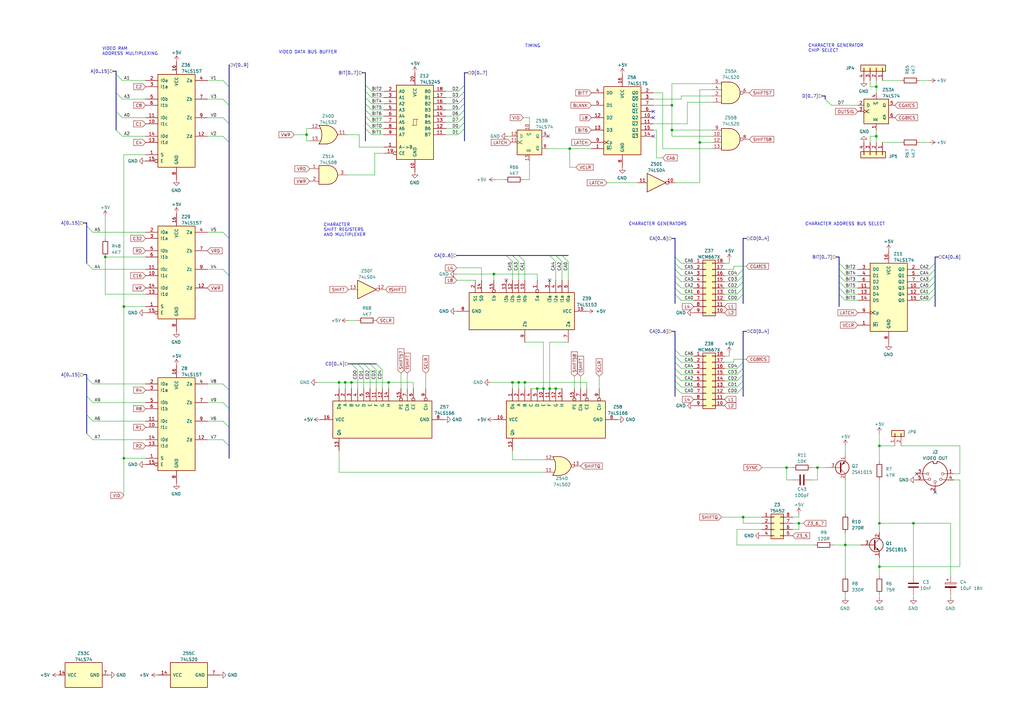
<source format=kicad_sch>
(kicad_sch (version 20230121) (generator eeschema)
  (paper "A3")
  (junction (at 360.68 232.41))
  (junction (at 139.065 156.845))
  (junction (at 210.185 156.845))
  (junction (at 287.02 58.42))
  (junction (at 227.965 159.385))
  (junction (at 360.68 182.88))
  (junction (at 141.605 156.845))
  (junction (at 144.145 156.845))
  (junction (at 360.68 214.63))
  (junction (at 275.59 43.18))
  (junction (at 202.565 112.395))
  (junction (at 374.65 214.63))
  (junction (at 222.885 159.385))
  (junction (at 346.71 223.52))
  (junction (at 220.345 159.385))
  (junction (at 322.58 191.77))
  (junction (at 43.18 105.41))
  (junction (at 212.725 156.845))
  (junction (at 159.385 156.845))
  (junction (at 125.73 55.245))
  (junction (at 215.265 156.845))
  (junction (at 225.425 159.385))
  (junction (at 50.8 125.73))
  (junction (at 304.8 212.09))
  (junction (at 327.66 214.63))
  (junction (at 50.8 187.96))
  (junction (at 275.59 53.34))
  (junction (at 359.41 55.88))
  (junction (at 359.41 35.56))
  (junction (at 233.68 60.96))
  (junction (at 335.28 191.77))
  (no_connect (at 207.645 114.935))
  (no_connect (at 225.425 114.935))
  (no_connect (at 224.79 55.88))
  (no_connect (at 375.92 194.31))
  (no_connect (at 383.54 201.93))
  (no_connect (at 267.97 55.88))
  (no_connect (at 267.97 48.26))
  (no_connect (at 267.97 45.72))
  (bus_entry (at 187.96 42.545) (size 2.54 -2.54))
  (bus_entry (at 276.86 158.75) (size 2.54 2.54))
  (bus_entry (at 381 123.19) (size 2.54 -2.54))
  (bus_entry (at 302.26 161.29) (size 2.54 -2.54))
  (bus_entry (at 149.86 50.165) (size 2.54 2.54))
  (bus_entry (at 187.96 52.705) (size 2.54 -2.54))
  (bus_entry (at 381 113.03) (size 2.54 -2.54))
  (bus_entry (at 276.86 156.21) (size 2.54 2.54))
  (bus_entry (at 35.56 92.71) (size 2.54 2.54))
  (bus_entry (at 187.96 37.465) (size 2.54 -2.54))
  (bus_entry (at 149.86 34.925) (size 2.54 2.54))
  (bus_entry (at 50.165 55.88) (size -2.54 -2.54))
  (bus_entry (at 344.17 120.65) (size 2.54 2.54))
  (bus_entry (at 50.165 48.26) (size -2.54 -2.54))
  (bus_entry (at 344.17 118.11) (size 2.54 2.54))
  (bus_entry (at 302.26 118.11) (size 2.54 -2.54))
  (bus_entry (at 149.86 45.085) (size 2.54 2.54))
  (bus_entry (at 381 120.65) (size 2.54 -2.54))
  (bus_entry (at 276.86 146.05) (size 2.54 2.54))
  (bus_entry (at 302.26 123.19) (size 2.54 -2.54))
  (bus_entry (at 276.86 151.13) (size 2.54 2.54))
  (bus_entry (at 344.17 113.03) (size 2.54 2.54))
  (bus_entry (at 276.86 153.67) (size 2.54 2.54))
  (bus_entry (at 187.96 40.005) (size 2.54 -2.54))
  (bus_entry (at 302.26 158.75) (size 2.54 -2.54))
  (bus_entry (at 302.26 120.65) (size 2.54 -2.54))
  (bus_entry (at 302.26 153.67) (size 2.54 -2.54))
  (bus_entry (at 338.455 40.64) (size 2.54 2.54))
  (bus_entry (at 187.96 47.625) (size 2.54 -2.54))
  (bus_entry (at 344.17 110.49) (size 2.54 2.54))
  (bus_entry (at 149.86 40.005) (size 2.54 2.54))
  (bus_entry (at 276.86 105.41) (size 2.54 2.54))
  (bus_entry (at 302.26 113.03) (size 2.54 -2.54))
  (bus_entry (at 276.86 143.51) (size 2.54 2.54))
  (bus_entry (at 276.86 148.59) (size 2.54 2.54))
  (bus_entry (at 47.625 30.48) (size 2.54 2.54))
  (bus_entry (at 149.86 42.545) (size 2.54 2.54))
  (bus_entry (at 381 115.57) (size 2.54 -2.54))
  (bus_entry (at 187.96 55.245) (size 2.54 -2.54))
  (bus_entry (at 35.56 154.94) (size 2.54 2.54))
  (bus_entry (at 302.26 156.21) (size 2.54 -2.54))
  (bus_entry (at 35.56 177.8) (size 2.54 2.54))
  (bus_entry (at 276.86 107.95) (size 2.54 2.54))
  (bus_entry (at 149.86 47.625) (size 2.54 2.54))
  (bus_entry (at 187.96 45.085) (size 2.54 -2.54))
  (bus_entry (at 381 110.49) (size 2.54 -2.54))
  (bus_entry (at 144.145 149.225) (size 2.54 2.54))
  (bus_entry (at 146.685 149.225) (size 2.54 2.54))
  (bus_entry (at 149.225 149.225) (size 2.54 2.54))
  (bus_entry (at 154.305 149.225) (size 2.54 2.54))
  (bus_entry (at 151.765 149.225) (size 2.54 2.54))
  (bus_entry (at 302.26 115.57) (size 2.54 -2.54))
  (bus_entry (at 35.56 107.95) (size 2.54 2.54))
  (bus_entry (at 276.86 120.65) (size 2.54 2.54))
  (bus_entry (at 91.44 172.72) (size 2.54 2.54))
  (bus_entry (at 149.86 37.465) (size 2.54 2.54))
  (bus_entry (at 276.86 118.11) (size 2.54 2.54))
  (bus_entry (at 344.17 107.95) (size 2.54 2.54))
  (bus_entry (at 276.86 115.57) (size 2.54 2.54))
  (bus_entry (at 344.17 115.57) (size 2.54 2.54))
  (bus_entry (at 47.625 38.1) (size 2.54 2.54))
  (bus_entry (at 302.26 151.13) (size 2.54 -2.54))
  (bus_entry (at 381 118.11) (size 2.54 -2.54))
  (bus_entry (at 230.505 104.775) (size 2.54 2.54))
  (bus_entry (at 227.965 104.775) (size 2.54 2.54))
  (bus_entry (at 212.725 104.775) (size 2.54 2.54))
  (bus_entry (at 225.425 104.775) (size 2.54 2.54))
  (bus_entry (at 210.185 104.775) (size 2.54 2.54))
  (bus_entry (at 207.645 104.775) (size 2.54 2.54))
  (bus_entry (at 276.86 113.03) (size 2.54 2.54))
  (bus_entry (at 35.56 170.18) (size 2.54 2.54))
  (bus_entry (at 91.44 95.25) (size 2.54 2.54))
  (bus_entry (at 91.44 180.34) (size 2.54 2.54))
  (bus_entry (at 91.44 157.48) (size 2.54 2.54))
  (bus_entry (at 91.44 165.1) (size 2.54 2.54))
  (bus_entry (at 91.44 110.49) (size 2.54 2.54))
  (bus_entry (at 91.44 48.26) (size 2.54 2.54))
  (bus_entry (at 91.44 55.88) (size 2.54 2.54))
  (bus_entry (at 91.44 40.64) (size 2.54 2.54))
  (bus_entry (at 91.44 33.02) (size 2.54 2.54))
  (bus_entry (at 187.96 50.165) (size 2.54 -2.54))
  (bus_entry (at 276.86 110.49) (size 2.54 2.54))
  (bus_entry (at 35.56 162.56) (size 2.54 2.54))
  (bus_entry (at 149.86 52.705) (size 2.54 2.54))
  (wire (pts (xy 304.8 212.09) (xy 312.42 212.09)))
  (wire (pts (xy 374.65 236.22) (xy 374.65 214.63)))
  (wire (pts (xy 281.94 41.91) (xy 292.1 41.91)))
  (bus (pts (xy 276.86 153.67) (xy 276.86 156.21)))
  (wire (pts (xy 346.71 115.57) (xy 351.79 115.57)))
  (wire (pts (xy 182.88 47.625) (xy 187.96 47.625)))
  (bus (pts (xy 304.8 113.03) (xy 304.8 115.57)))
  (wire (pts (xy 279.4 148.59) (xy 284.48 148.59)))
  (wire (pts (xy 85.09 180.34) (xy 91.44 180.34)))
  (wire (pts (xy 154.305 151.765) (xy 154.305 159.385)))
  (wire (pts (xy 325.12 214.63) (xy 327.66 214.63)))
  (wire (pts (xy 182.88 50.165) (xy 187.96 50.165)))
  (wire (pts (xy 50.8 125.73) (xy 50.8 187.96)))
  (bus (pts (xy 35.56 170.18) (xy 35.56 177.8)))
  (bus (pts (xy 149.86 37.465) (xy 149.86 40.005)))
  (wire (pts (xy 214.63 73.66) (xy 217.17 73.66)))
  (wire (pts (xy 235.585 154.305) (xy 235.585 159.385)))
  (wire (pts (xy 302.26 217.17) (xy 302.26 223.52)))
  (wire (pts (xy 346.71 113.03) (xy 351.79 113.03)))
  (wire (pts (xy 141.605 156.845) (xy 141.605 159.385)))
  (bus (pts (xy 149.86 45.085) (xy 149.86 47.625)))
  (wire (pts (xy 335.28 196.85) (xy 335.28 191.77)))
  (wire (pts (xy 212.725 156.845) (xy 212.725 159.385)))
  (wire (pts (xy 38.1 157.48) (xy 59.69 157.48)))
  (bus (pts (xy 93.98 175.26) (xy 93.98 182.88)))
  (wire (pts (xy 275.59 53.34) (xy 292.1 53.34)))
  (wire (pts (xy 182.88 55.245) (xy 187.96 55.245)))
  (wire (pts (xy 269.24 64.77) (xy 271.78 64.77)))
  (wire (pts (xy 279.4 156.21) (xy 284.48 156.21)))
  (bus (pts (xy 304.8 148.59) (xy 304.8 151.13)))
  (wire (pts (xy 304.8 214.63) (xy 304.8 212.09)))
  (bus (pts (xy 276.86 105.41) (xy 276.86 107.95)))
  (wire (pts (xy 279.4 146.05) (xy 284.48 146.05)))
  (wire (pts (xy 38.1 165.1) (xy 59.69 165.1)))
  (wire (pts (xy 271.78 60.96) (xy 292.1 60.96)))
  (bus (pts (xy 276.86 107.95) (xy 276.86 110.49)))
  (wire (pts (xy 381 58.42) (xy 377.19 58.42)))
  (wire (pts (xy 356.87 58.42) (xy 356.87 55.88)))
  (wire (pts (xy 359.41 35.56) (xy 356.87 35.56)))
  (wire (pts (xy 146.685 151.765) (xy 146.685 159.385)))
  (wire (pts (xy 210.185 156.845) (xy 210.185 159.385)))
  (wire (pts (xy 377.19 115.57) (xy 381 115.57)))
  (bus (pts (xy 149.86 52.705) (xy 149.86 57.785)))
  (bus (pts (xy 383.54 115.57) (xy 383.54 118.11)))
  (bus (pts (xy 190.5 29.845) (xy 190.5 34.925)))
  (wire (pts (xy 346.71 223.52) (xy 346.71 236.22)))
  (wire (pts (xy 152.4 55.245) (xy 157.48 55.245)))
  (wire (pts (xy 215.265 156.845) (xy 240.665 156.845)))
  (wire (pts (xy 230.505 107.315) (xy 230.505 114.935)))
  (wire (pts (xy 38.1 180.34) (xy 59.69 180.34)))
  (wire (pts (xy 325.12 217.17) (xy 327.66 217.17)))
  (wire (pts (xy 197.485 114.935) (xy 197.485 109.855)))
  (wire (pts (xy 332.74 191.77) (xy 335.28 191.77)))
  (bus (pts (xy 93.98 175.26) (xy 93.98 167.64)))
  (bus (pts (xy 344.17 110.49) (xy 344.17 113.03)))
  (wire (pts (xy 152.4 50.165) (xy 157.48 50.165)))
  (wire (pts (xy 325.12 212.09) (xy 327.66 212.09)))
  (bus (pts (xy 93.98 113.03) (xy 93.98 160.02)))
  (wire (pts (xy 346.71 223.52) (xy 353.06 223.52)))
  (bus (pts (xy 275.59 135.89) (xy 276.86 135.89)))
  (bus (pts (xy 190.5 34.925) (xy 190.5 37.465)))
  (wire (pts (xy 279.4 151.13) (xy 284.48 151.13)))
  (wire (pts (xy 142.875 131.445) (xy 146.685 131.445)))
  (bus (pts (xy 344.17 120.65) (xy 344.17 125.73)))
  (bus (pts (xy 35.56 92.71) (xy 35.56 107.95)))
  (bus (pts (xy 304.8 97.79) (xy 304.8 110.49)))
  (wire (pts (xy 50.8 187.96) (xy 50.8 203.2)))
  (bus (pts (xy 383.54 105.41) (xy 383.54 107.95)))
  (wire (pts (xy 356.87 55.88) (xy 359.41 55.88)))
  (wire (pts (xy 139.065 156.845) (xy 139.065 159.385)))
  (wire (pts (xy 212.725 156.845) (xy 215.265 156.845)))
  (wire (pts (xy 275.59 55.88) (xy 275.59 53.34)))
  (wire (pts (xy 212.725 107.315) (xy 212.725 114.935)))
  (wire (pts (xy 153.67 71.755) (xy 153.67 62.865)))
  (bus (pts (xy 47.625 38.1) (xy 47.625 45.72)))
  (wire (pts (xy 299.085 146.05) (xy 299.085 144.78)))
  (bus (pts (xy 276.86 146.05) (xy 276.86 148.59)))
  (wire (pts (xy 346.71 120.65) (xy 351.79 120.65)))
  (wire (pts (xy 393.7 196.85) (xy 391.16 196.85)))
  (wire (pts (xy 236.22 68.58) (xy 233.68 68.58)))
  (wire (pts (xy 203.2 73.66) (xy 207.01 73.66)))
  (bus (pts (xy 276.86 158.75) (xy 276.86 162.56)))
  (wire (pts (xy 360.68 214.63) (xy 374.65 214.63)))
  (wire (pts (xy 300.99 147.32) (xy 300.99 148.59)))
  (wire (pts (xy 359.41 55.88) (xy 359.41 58.42)))
  (wire (pts (xy 201.295 156.845) (xy 210.185 156.845)))
  (bus (pts (xy 191.77 29.845) (xy 190.5 29.845)))
  (wire (pts (xy 269.24 53.34) (xy 269.24 64.77)))
  (bus (pts (xy 337.185 39.37) (xy 338.455 39.37)))
  (wire (pts (xy 38.1 172.72) (xy 59.69 172.72)))
  (wire (pts (xy 360.68 214.63) (xy 360.68 218.44)))
  (wire (pts (xy 360.68 196.85) (xy 360.68 214.63)))
  (wire (pts (xy 222.885 159.385) (xy 222.885 140.335)))
  (bus (pts (xy 149.86 47.625) (xy 149.86 50.165)))
  (wire (pts (xy 85.09 95.25) (xy 91.44 95.25)))
  (wire (pts (xy 267.97 40.64) (xy 279.4 40.64)))
  (wire (pts (xy 187.325 114.935) (xy 194.945 114.935)))
  (wire (pts (xy 141.605 156.845) (xy 144.145 156.845)))
  (wire (pts (xy 153.67 62.865) (xy 157.48 62.865)))
  (wire (pts (xy 346.71 243.84) (xy 346.71 245.11)))
  (wire (pts (xy 389.89 236.22) (xy 389.89 214.63)))
  (bus (pts (xy 212.725 104.775) (xy 225.425 104.775)))
  (wire (pts (xy 389.89 243.84) (xy 389.89 245.11)))
  (wire (pts (xy 279.4 113.03) (xy 284.48 113.03)))
  (bus (pts (xy 190.5 47.625) (xy 190.5 50.165)))
  (wire (pts (xy 220.345 114.935) (xy 220.345 112.395)))
  (wire (pts (xy 50.165 40.64) (xy 59.69 40.64)))
  (wire (pts (xy 359.41 53.34) (xy 359.41 55.88)))
  (wire (pts (xy 327.66 212.09) (xy 327.66 210.82)))
  (bus (pts (xy 34.29 91.44) (xy 35.56 91.44)))
  (wire (pts (xy 340.995 43.18) (xy 351.79 43.18)))
  (wire (pts (xy 139.065 156.845) (xy 141.605 156.845)))
  (bus (pts (xy 383.54 110.49) (xy 383.54 113.03)))
  (wire (pts (xy 125.73 52.705) (xy 127 52.705)))
  (wire (pts (xy 306.07 147.32) (xy 300.99 147.32)))
  (wire (pts (xy 287.02 58.42) (xy 292.1 58.42)))
  (bus (pts (xy 210.185 104.775) (xy 212.725 104.775)))
  (wire (pts (xy 182.88 40.005) (xy 187.96 40.005)))
  (wire (pts (xy 306.07 109.22) (xy 300.99 109.22)))
  (wire (pts (xy 152.4 52.705) (xy 157.48 52.705)))
  (wire (pts (xy 279.4 123.19) (xy 284.48 123.19)))
  (wire (pts (xy 233.045 107.315) (xy 233.045 114.935)))
  (bus (pts (xy 383.54 118.11) (xy 383.54 120.65)))
  (bus (pts (xy 149.86 29.845) (xy 149.86 34.925)))
  (wire (pts (xy 215.265 107.315) (xy 215.265 114.935)))
  (wire (pts (xy 297.18 161.29) (xy 302.26 161.29)))
  (wire (pts (xy 377.19 110.49) (xy 381 110.49)))
  (wire (pts (xy 297.18 153.67) (xy 302.26 153.67)))
  (wire (pts (xy 297.18 156.21) (xy 302.26 156.21)))
  (bus (pts (xy 187.325 104.775) (xy 207.645 104.775)))
  (wire (pts (xy 222.885 140.335) (xy 215.265 140.335)))
  (wire (pts (xy 360.68 232.41) (xy 393.7 232.41)))
  (wire (pts (xy 210.185 156.845) (xy 212.725 156.845)))
  (bus (pts (xy 306.07 97.79) (xy 304.8 97.79)))
  (wire (pts (xy 377.19 120.65) (xy 381 120.65)))
  (wire (pts (xy 279.4 158.75) (xy 284.48 158.75)))
  (wire (pts (xy 332.74 196.85) (xy 335.28 196.85)))
  (bus (pts (xy 190.5 45.085) (xy 190.5 47.625)))
  (wire (pts (xy 297.18 123.19) (xy 302.26 123.19)))
  (wire (pts (xy 50.8 63.5) (xy 59.69 63.5)))
  (bus (pts (xy 344.17 105.41) (xy 344.17 107.95)))
  (wire (pts (xy 215.265 156.845) (xy 215.265 159.385)))
  (wire (pts (xy 151.765 151.765) (xy 151.765 159.385)))
  (wire (pts (xy 144.145 156.845) (xy 144.145 159.385)))
  (bus (pts (xy 190.5 52.705) (xy 190.5 57.785)))
  (bus (pts (xy 344.17 118.11) (xy 344.17 120.65)))
  (wire (pts (xy 248.92 74.93) (xy 261.62 74.93)))
  (wire (pts (xy 297.18 113.03) (xy 302.26 113.03)))
  (wire (pts (xy 217.17 48.26) (xy 217.17 50.8)))
  (wire (pts (xy 377.19 123.19) (xy 381 123.19)))
  (wire (pts (xy 299.085 107.95) (xy 299.085 106.68)))
  (wire (pts (xy 275.59 43.18) (xy 275.59 34.29)))
  (wire (pts (xy 281.94 50.8) (xy 281.94 41.91)))
  (bus (pts (xy 149.225 149.225) (xy 151.765 149.225)))
  (bus (pts (xy 149.86 40.005) (xy 149.86 42.545)))
  (wire (pts (xy 279.4 39.37) (xy 292.1 39.37)))
  (wire (pts (xy 327.66 217.17) (xy 327.66 214.63)))
  (bus (pts (xy 342.9 105.41) (xy 344.17 105.41)))
  (wire (pts (xy 85.09 55.88) (xy 91.44 55.88)))
  (bus (pts (xy 93.98 26.67) (xy 93.98 35.56)))
  (bus (pts (xy 93.98 182.88) (xy 93.98 187.96)))
  (wire (pts (xy 267.97 50.8) (xy 281.94 50.8)))
  (wire (pts (xy 312.42 214.63) (xy 304.8 214.63)))
  (wire (pts (xy 85.09 40.64) (xy 91.44 40.64)))
  (wire (pts (xy 197.485 109.855) (xy 187.325 109.855)))
  (wire (pts (xy 50.165 48.26) (xy 59.69 48.26)))
  (wire (pts (xy 233.68 68.58) (xy 233.68 60.96)))
  (wire (pts (xy 275.59 34.29) (xy 292.1 34.29)))
  (bus (pts (xy 276.86 135.89) (xy 276.86 143.51)))
  (wire (pts (xy 360.68 232.41) (xy 360.68 236.22)))
  (wire (pts (xy 164.465 153.035) (xy 164.465 159.385)))
  (bus (pts (xy 276.86 156.21) (xy 276.86 158.75)))
  (wire (pts (xy 297.18 118.11) (xy 302.26 118.11)))
  (wire (pts (xy 297.18 120.65) (xy 302.26 120.65)))
  (bus (pts (xy 35.56 162.56) (xy 35.56 170.18)))
  (wire (pts (xy 130.175 156.845) (xy 139.065 156.845)))
  (wire (pts (xy 381 33.02) (xy 377.19 33.02)))
  (wire (pts (xy 267.97 43.18) (xy 275.59 43.18)))
  (bus (pts (xy 276.86 148.59) (xy 276.86 151.13)))
  (wire (pts (xy 147.32 60.325) (xy 157.48 60.325)))
  (bus (pts (xy 93.98 35.56) (xy 93.98 43.18)))
  (bus (pts (xy 383.54 107.95) (xy 383.54 110.49)))
  (wire (pts (xy 85.09 157.48) (xy 91.44 157.48)))
  (wire (pts (xy 240.665 159.385) (xy 240.665 156.845)))
  (bus (pts (xy 47.625 29.21) (xy 47.625 30.48)))
  (bus (pts (xy 383.54 113.03) (xy 383.54 115.57)))
  (bus (pts (xy 304.8 135.89) (xy 304.8 148.59)))
  (wire (pts (xy 327.66 214.63) (xy 329.565 214.63)))
  (bus (pts (xy 276.86 113.03) (xy 276.86 115.57)))
  (wire (pts (xy 50.165 33.02) (xy 59.69 33.02)))
  (wire (pts (xy 159.385 156.845) (xy 169.545 156.845)))
  (wire (pts (xy 152.4 47.625) (xy 157.48 47.625)))
  (wire (pts (xy 341.63 223.52) (xy 346.71 223.52)))
  (wire (pts (xy 361.95 58.42) (xy 369.57 58.42)))
  (wire (pts (xy 142.24 71.755) (xy 153.67 71.755)))
  (wire (pts (xy 152.4 45.085) (xy 157.48 45.085)))
  (wire (pts (xy 312.42 217.17) (xy 302.26 217.17)))
  (bus (pts (xy 151.765 149.225) (xy 154.305 149.225)))
  (bus (pts (xy 304.8 118.11) (xy 304.8 120.65)))
  (wire (pts (xy 279.4 153.67) (xy 284.48 153.67)))
  (wire (pts (xy 360.68 182.88) (xy 367.03 182.88)))
  (wire (pts (xy 346.71 196.85) (xy 346.71 210.82)))
  (wire (pts (xy 245.745 154.305) (xy 245.745 159.385)))
  (wire (pts (xy 275.59 43.18) (xy 275.59 53.34)))
  (wire (pts (xy 292.1 36.83) (xy 287.02 36.83)))
  (wire (pts (xy 182.88 42.545) (xy 187.96 42.545)))
  (bus (pts (xy 93.98 58.42) (xy 93.98 97.79)))
  (wire (pts (xy 393.7 232.41) (xy 393.7 196.85)))
  (bus (pts (xy 93.98 97.79) (xy 93.98 113.03)))
  (wire (pts (xy 210.185 188.595) (xy 210.185 184.785)))
  (wire (pts (xy 167.005 153.035) (xy 167.005 159.385)))
  (bus (pts (xy 276.86 143.51) (xy 276.86 146.05)))
  (wire (pts (xy 356.87 35.56) (xy 356.87 33.02)))
  (bus (pts (xy 190.5 40.005) (xy 190.5 42.545)))
  (wire (pts (xy 85.09 48.26) (xy 91.44 48.26)))
  (wire (pts (xy 302.26 223.52) (xy 334.01 223.52)))
  (wire (pts (xy 377.19 113.03) (xy 381 113.03)))
  (bus (pts (xy 93.98 50.8) (xy 93.98 58.42)))
  (bus (pts (xy 190.5 42.545) (xy 190.5 45.085)))
  (bus (pts (xy 93.98 43.18) (xy 93.98 50.8)))
  (wire (pts (xy 85.09 172.72) (xy 91.44 172.72)))
  (bus (pts (xy 227.965 104.775) (xy 230.505 104.775)))
  (wire (pts (xy 393.7 182.88) (xy 393.7 194.31)))
  (wire (pts (xy 287.02 74.93) (xy 276.86 74.93)))
  (wire (pts (xy 120.65 55.245) (xy 125.73 55.245)))
  (wire (pts (xy 85.09 33.02) (xy 91.44 33.02)))
  (bus (pts (xy 304.8 115.57) (xy 304.8 118.11)))
  (bus (pts (xy 276.86 115.57) (xy 276.86 118.11)))
  (wire (pts (xy 43.18 120.65) (xy 43.18 105.41)))
  (wire (pts (xy 300.99 110.49) (xy 297.18 110.49)))
  (wire (pts (xy 267.97 53.34) (xy 269.24 53.34)))
  (bus (pts (xy 383.54 120.65) (xy 383.54 125.73)))
  (wire (pts (xy 139.065 184.785) (xy 139.065 193.675)))
  (wire (pts (xy 271.78 38.1) (xy 271.78 60.96)))
  (bus (pts (xy 276.86 110.49) (xy 276.86 113.03)))
  (wire (pts (xy 127 57.785) (xy 125.73 57.785)))
  (wire (pts (xy 50.8 63.5) (xy 50.8 125.73)))
  (wire (pts (xy 152.4 37.465) (xy 157.48 37.465)))
  (bus (pts (xy 304.8 151.13) (xy 304.8 153.67)))
  (wire (pts (xy 220.345 112.395) (xy 202.565 112.395)))
  (wire (pts (xy 297.18 107.95) (xy 299.085 107.95)))
  (wire (pts (xy 346.71 118.11) (xy 351.79 118.11)))
  (wire (pts (xy 227.965 107.315) (xy 227.965 114.935)))
  (bus (pts (xy 276.86 118.11) (xy 276.86 120.65)))
  (wire (pts (xy 142.24 55.245) (xy 147.32 55.245)))
  (wire (pts (xy 335.28 191.77) (xy 339.09 191.77)))
  (wire (pts (xy 292.1 55.88) (xy 275.59 55.88)))
  (bus (pts (xy 144.145 149.225) (xy 146.685 149.225)))
  (wire (pts (xy 208.28 55.88) (xy 209.55 55.88)))
  (wire (pts (xy 210.185 107.315) (xy 210.185 114.935)))
  (bus (pts (xy 47.625 45.72) (xy 47.625 53.34)))
  (bus (pts (xy 344.17 115.57) (xy 344.17 118.11)))
  (bus (pts (xy 384.81 105.41) (xy 383.54 105.41)))
  (wire (pts (xy 149.225 151.765) (xy 149.225 159.385)))
  (wire (pts (xy 360.68 228.6) (xy 360.68 232.41)))
  (wire (pts (xy 391.16 194.31) (xy 393.7 194.31)))
  (bus (pts (xy 276.86 97.79) (xy 276.86 105.41)))
  (wire (pts (xy 374.65 245.11) (xy 374.65 243.84)))
  (bus (pts (xy 190.5 50.165) (xy 190.5 52.705)))
  (bus (pts (xy 275.59 97.79) (xy 276.86 97.79)))
  (wire (pts (xy 85.09 110.49) (xy 91.44 110.49)))
  (wire (pts (xy 279.4 107.95) (xy 284.48 107.95)))
  (wire (pts (xy 297.18 115.57) (xy 302.26 115.57)))
  (wire (pts (xy 139.065 193.675) (xy 222.885 193.675)))
  (wire (pts (xy 346.71 110.49) (xy 351.79 110.49)))
  (bus (pts (xy 34.29 153.67) (xy 35.56 153.67)))
  (wire (pts (xy 152.4 40.005) (xy 157.48 40.005)))
  (bus (pts (xy 304.8 153.67) (xy 304.8 156.21)))
  (bus (pts (xy 149.86 42.545) (xy 149.86 45.085)))
  (wire (pts (xy 233.68 60.96) (xy 242.57 60.96)))
  (bus (pts (xy 146.685 149.225) (xy 149.225 149.225)))
  (wire (pts (xy 182.88 52.705) (xy 187.96 52.705)))
  (wire (pts (xy 359.41 35.56) (xy 359.41 38.1)))
  (wire (pts (xy 147.32 55.245) (xy 147.32 60.325)))
  (wire (pts (xy 85.09 165.1) (xy 91.44 165.1)))
  (wire (pts (xy 287.02 36.83) (xy 287.02 58.42)))
  (bus (pts (xy 306.07 135.89) (xy 304.8 135.89)))
  (wire (pts (xy 144.145 156.845) (xy 159.385 156.845)))
  (wire (pts (xy 125.73 57.785) (xy 125.73 55.245)))
  (wire (pts (xy 227.965 159.385) (xy 230.505 159.385)))
  (wire (pts (xy 389.89 214.63) (xy 374.65 214.63)))
  (wire (pts (xy 38.1 110.49) (xy 59.69 110.49)))
  (bus (pts (xy 225.425 104.775) (xy 227.965 104.775)))
  (wire (pts (xy 50.165 55.88) (xy 59.69 55.88)))
  (wire (pts (xy 377.19 118.11) (xy 381 118.11)))
  (bus (pts (xy 344.17 107.95) (xy 344.17 110.49)))
  (bus (pts (xy 47.625 30.48) (xy 47.625 38.1)))
  (bus (pts (xy 35.56 154.94) (xy 35.56 162.56)))
  (wire (pts (xy 50.8 125.73) (xy 59.69 125.73)))
  (wire (pts (xy 279.4 110.49) (xy 284.48 110.49)))
  (wire (pts (xy 279.4 115.57) (xy 284.48 115.57)))
  (wire (pts (xy 220.345 159.385) (xy 222.885 159.385)))
  (wire (pts (xy 300.99 148.59) (xy 297.18 148.59)))
  (bus (pts (xy 304.8 120.65) (xy 304.8 124.46)))
  (wire (pts (xy 217.805 159.385) (xy 220.345 159.385)))
  (wire (pts (xy 38.1 95.25) (xy 59.69 95.25)))
  (wire (pts (xy 346.71 186.69) (xy 346.71 182.88)))
  (bus (pts (xy 276.86 120.65) (xy 276.86 124.46)))
  (wire (pts (xy 360.68 177.8) (xy 360.68 182.88)))
  (wire (pts (xy 279.4 120.65) (xy 284.48 120.65)))
  (bus (pts (xy 338.455 39.37) (xy 338.455 40.64)))
  (wire (pts (xy 202.565 112.395) (xy 202.565 114.935)))
  (wire (pts (xy 297.18 146.05) (xy 299.085 146.05)))
  (wire (pts (xy 156.845 151.765) (xy 156.845 159.385)))
  (bus (pts (xy 35.56 153.67) (xy 35.56 154.94)))
  (wire (pts (xy 295.91 212.09) (xy 304.8 212.09)))
  (wire (pts (xy 279.4 161.29) (xy 284.48 161.29)))
  (bus (pts (xy 142.875 149.225) (xy 144.145 149.225)))
  (wire (pts (xy 174.625 153.035) (xy 174.625 159.385)))
  (bus (pts (xy 190.5 37.465) (xy 190.5 40.005)))
  (wire (pts (xy 225.425 159.385) (xy 225.425 140.335)))
  (wire (pts (xy 359.41 33.02) (xy 359.41 35.56)))
  (bus (pts (xy 230.505 104.775) (xy 233.045 104.775)))
  (wire (pts (xy 43.18 88.9) (xy 43.18 97.79)))
  (bus (pts (xy 207.645 104.775) (xy 210.185 104.775)))
  (bus (pts (xy 344.17 113.03) (xy 344.17 115.57)))
  (wire (pts (xy 50.8 187.96) (xy 59.69 187.96)))
  (bus (pts (xy 304.8 110.49) (xy 304.8 113.03)))
  (bus (pts (xy 304.8 158.75) (xy 304.8 162.56)))
  (wire (pts (xy 369.57 182.88) (xy 393.7 182.88)))
  (bus (pts (xy 304.8 156.21) (xy 304.8 158.75)))
  (wire (pts (xy 214.63 48.26) (xy 217.17 48.26)))
  (wire (pts (xy 322.58 191.77) (xy 325.12 191.77)))
  (wire (pts (xy 322.58 196.85) (xy 322.58 191.77)))
  (wire (pts (xy 182.88 37.465) (xy 187.96 37.465)))
  (wire (pts (xy 222.885 188.595) (xy 210.185 188.595)))
  (wire (pts (xy 169.545 159.385) (xy 169.545 156.845)))
  (wire (pts (xy 360.68 243.84) (xy 360.68 245.11)))
  (wire (pts (xy 279.4 118.11) (xy 284.48 118.11)))
  (bus (pts (xy 148.59 29.845) (xy 149.86 29.845)))
  (wire (pts (xy 297.18 158.75) (xy 302.26 158.75)))
  (wire (pts (xy 225.425 140.335) (xy 233.045 140.335)))
  (wire (pts (xy 225.425 159.385) (xy 227.965 159.385)))
  (wire (pts (xy 346.71 123.19) (xy 351.79 123.19)))
  (bus (pts (xy 93.98 160.02) (xy 93.98 167.64)))
  (wire (pts (xy 279.4 40.64) (xy 279.4 39.37)))
  (bus (pts (xy 35.56 91.44) (xy 35.56 92.71)))
  (bus (pts (xy 149.86 50.165) (xy 149.86 52.705)))
  (wire (pts (xy 297.18 151.13) (xy 302.26 151.13)))
  (wire (pts (xy 360.68 182.88) (xy 360.68 189.23)))
  (bus (pts (xy 46.355 29.21) (xy 47.625 29.21)))
  (wire (pts (xy 43.18 105.41) (xy 59.69 105.41)))
  (wire (pts (xy 202.565 112.395) (xy 187.325 112.395)))
  (wire (pts (xy 224.79 60.96) (xy 233.68 60.96)))
  (wire (pts (xy 217.17 73.66) (xy 217.17 66.04)))
  (wire (pts (xy 125.73 55.245) (xy 125.73 52.705)))
  (wire (pts (xy 159.385 156.845) (xy 159.385 159.385)))
  (bus (pts (xy 149.86 34.925) (xy 149.86 37.465)))
  (wire (pts (xy 346.71 218.44) (xy 346.71 223.52)))
  (wire (pts (xy 325.12 196.85) (xy 322.58 196.85)))
  (wire (pts (xy 361.95 33.02) (xy 369.57 33.02)))
  (wire (pts (xy 312.42 191.77) (xy 322.58 191.77)))
  (wire (pts (xy 152.4 42.545) (xy 157.48 42.545)))
  (wire (pts (xy 287.02 58.42) (xy 287.02 74.93)))
  (wire (pts (xy 182.88 45.085) (xy 187.96 45.085)))
  (bus (pts (xy 276.86 151.13) (xy 276.86 153.67)))
  (wire (pts (xy 238.125 154.305) (xy 238.125 159.385)))
  (wire (pts (xy 267.97 38.1) (xy 271.78 38.1)))
  (wire (pts (xy 59.69 120.65) (xy 43.18 120.65)))
  (wire (pts (xy 300.99 109.22) (xy 300.99 110.49)))
  (text "CHARACTER GENERATORS" (at 257.81 92.71 0) (effects (font (size 1.27 1.27)) (justify left bottom)))
  (text "VIDEO RAM \nADDRESS MULTIPLEXING" (at 41.91 22.86 0) (effects (font (size 1.27 1.27)) (justify left bottom)))
  (text "CHARACTER ADDRESS BUS SELECT" (at 330.2 92.71 0) (effects (font (size 1.27 1.27)) (justify left bottom)))
  (text "TIMING" (at 215.265 19.685 0) (effects (font (size 1.27 1.27)) (justify left bottom)))
  (text "CHARACTER GENERATOR\nCHIP SELECT" (at 331.47 21.59 0) (effects (font (size 1.27 1.27)) (justify left bottom)))
  (text "VIDEO DATA BUS BUFFER" (at 114.3 22.225 0) (effects (font (size 1.27 1.27)) (justify left bottom)))
  (text "CHARACTER \nSHIFT REGISTERS\nAND MULTIPLEXER" (at 132.715 97.155 0) (effects (font (size 1.27 1.27)) (justify left bottom)))
  (label "D3" (at 185.42 40.005 0))
  (label "CA0" (at 280.67 161.29 0))
  (label "V1" (at 86.36 33.02 0))
  (label "V3" (at 86.36 40.64 0))
  (label "CD2" (at 151.765 151.765 270))
  (label "CA3" (at 212.725 111.125 90))
  (label "CA4" (at 280.67 151.13 0))
  (label "CA1" (at 215.265 111.125 90))
  (label "CA6" (at 280.67 107.95 0))
  (label "CA6" (at 280.67 146.05 0))
  (label "CD0" (at 146.685 151.765 270))
  (label "BIT2" (at 152.4 37.465 0))
  (label "BIT2" (at 346.71 110.49 0))
  (label "BIT3" (at 152.4 40.005 0))
  (label "CA5" (at 280.67 110.49 0))
  (label "V0" (at 86.36 48.26 0))
  (label "CA3" (at 280.67 115.57 0))
  (label "CA4" (at 280.67 113.03 0))
  (label "V5" (at 86.36 95.25 0))
  (label "V8" (at 86.36 157.48 0))
  (label "CA0" (at 233.045 111.125 90))
  (label "CA2" (at 377.19 110.49 0))
  (label "CD0" (at 298.45 123.19 0))
  (label "A0" (at 50.8 48.26 0))
  (label "CD4" (at 298.45 113.03 0))
  (label "A6" (at 38.735 172.72 0))
  (label "CA4" (at 227.965 111.125 90))
  (label "CD2" (at 298.45 156.21 0))
  (label "CD2" (at 298.45 118.11 0))
  (label "CD1" (at 298.45 120.65 0))
  (label "CA3" (at 377.19 115.57 0))
  (label "D7" (at 185.42 50.165 0))
  (label "D2" (at 185.42 37.465 0))
  (label "A7" (at 38.735 180.34 0))
  (label "BIT1" (at 152.4 55.245 0))
  (label "CA1" (at 280.67 120.65 0))
  (label "CA3" (at 280.67 153.67 0))
  (label "D5" (at 185.42 45.085 0))
  (label "BIT5" (at 346.71 118.11 0))
  (label "CA5" (at 377.19 118.11 0))
  (label "CD3" (at 298.45 153.67 0))
  (label "BIT1" (at 346.71 120.65 0))
  (label "V7" (at 86.36 180.34 0))
  (label "CA1" (at 280.67 158.75 0))
  (label "A5" (at 38.735 95.25 0))
  (label "CD1" (at 298.45 158.75 0))
  (label "CA0" (at 377.19 123.19 0))
  (label "CD4" (at 156.845 151.765 270))
  (label "A8" (at 38.735 157.48 0))
  (label "A4" (at 38.735 110.49 0))
  (label "CD3" (at 298.45 115.57 0))
  (label "V4" (at 86.36 110.49 0))
  (label "D0" (at 185.42 52.705 0))
  (label "BIT3" (at 346.71 115.57 0))
  (label "A9" (at 38.735 165.1 0))
  (label "BIT4" (at 152.4 42.545 0))
  (label "CD1" (at 149.225 151.765 270))
  (label "CA4" (at 377.19 113.03 0))
  (label "CA5" (at 210.185 111.125 90))
  (label "BIT5" (at 152.4 45.085 0))
  (label "CD3" (at 154.305 151.765 270))
  (label "V6" (at 86.36 172.72 0))
  (label "BIT4" (at 346.71 113.03 0))
  (label "D6" (at 185.42 47.625 0))
  (label "BIT6" (at 152.4 47.625 0))
  (label "CA5" (at 280.67 148.59 0))
  (label "D7" (at 343.535 43.18 0))
  (label "A3" (at 50.8 40.64 0))
  (label "CD4" (at 298.45 151.13 0))
  (label "CA2" (at 280.67 156.21 0))
  (label "V9" (at 86.36 165.1 0))
  (label "BIT0" (at 152.4 52.705 0))
  (label "CA2" (at 230.505 111.125 90))
  (label "D1" (at 185.42 55.245 0))
  (label "BIT7" (at 152.4 50.165 0))
  (label "V2" (at 86.36 55.88 0))
  (label "A2" (at 50.8 55.88 0))
  (label "CA2" (at 280.67 118.11 0))
  (label "A1" (at 50.8 33.02 0))
  (label "CA1" (at 377.19 120.65 0))
  (label "D4" (at 185.42 42.545 0))
  (label "CA0" (at 280.67 123.19 0))
  (label "BIT0" (at 346.71 123.19 0))
  (label "CD0" (at 298.45 161.29 0))
  (global_label "LATCH" (shape input) (at 351.79 128.27 180) (property "Intersheetrefs" "${INTERSHEET_REFS}" (effects hide)))
  (global_label "RD" (shape input) (at 59.69 102.87 180) (property "Intersheetrefs" "${INTERSHEET_REFS}" (effects hide)))
  (global_label "L2" (shape input) (at 297.18 128.27 0) (property "Intersheetrefs" "${INTERSHEET_REFS}" (effects hide)))
  (global_label "BIT6" (shape input) (at 242.57 53.34 180) (property "Intersheetrefs" "${INTERSHEET_REFS}" (effects hide)))
  (global_label "CA6" (shape input) (at 271.78 64.77 0) (property "Intersheetrefs" "${INTERSHEET_REFS}" (effects hide)))
  (global_label "CGB!CS" (shape input) (at 306.07 147.32 0) (property "Intersheetrefs" "${INTERSHEET_REFS}" (effects hide)))
  (global_label "L4" (shape input) (at 284.48 125.73 180) (property "Intersheetrefs" "${INTERSHEET_REFS}" (effects hide)))
  (global_label "CGA!CS" (shape input) (at 367.03 43.18 0) (property "Intersheetrefs" "${INTERSHEET_REFS}" (effects hide)))
  (global_label "BLANK" (shape input) (at 242.57 43.18 180) (property "Intersheetrefs" "${INTERSHEET_REFS}" (effects hide)))
  (global_label "L1" (shape input) (at 297.18 163.83 0) (property "Intersheetrefs" "${INTERSHEET_REFS}" (effects hide)))
  (global_label "VWR" (shape input) (at 127 74.295 180) (property "Intersheetrefs" "${INTERSHEET_REFS}" (effects hide)))
  (global_label "SYNC" (shape input) (at 312.42 191.77 180) (property "Intersheetrefs" "${INTERSHEET_REFS}" (effects hide)))
  (global_label "R4" (shape input) (at 59.69 160.02 180) (property "Intersheetrefs" "${INTERSHEET_REFS}" (effects hide)))
  (global_label "VWR" (shape input) (at 120.65 55.245 180) (property "Intersheetrefs" "${INTERSHEET_REFS}" (effects hide)))
  (global_label "L4" (shape input) (at 187.325 109.855 180) (property "Intersheetrefs" "${INTERSHEET_REFS}" (effects hide)))
  (global_label "L1" (shape input) (at 297.18 125.73 0) (property "Intersheetrefs" "${INTERSHEET_REFS}" (effects hide)))
  (global_label "LATCH" (shape input) (at 209.55 58.42 180) (property "Intersheetrefs" "${INTERSHEET_REFS}" (effects hide)))
  (global_label "C2" (shape input) (at 59.69 35.56 180) (property "Intersheetrefs" "${INTERSHEET_REFS}" (effects hide)))
  (global_label "VID" (shape input) (at 214.63 48.26 180) (property "Intersheetrefs" "${INTERSHEET_REFS}" (effects hide)))
  (global_label "R1" (shape input) (at 59.69 175.26 180) (property "Intersheetrefs" "${INTERSHEET_REFS}" (effects hide)))
  (global_label "C16" (shape input) (at 59.69 113.03 180) (property "Intersheetrefs" "${INTERSHEET_REFS}" (effects hide)))
  (global_label "LATCH" (shape input) (at 248.92 74.93 180) (property "Intersheetrefs" "${INTERSHEET_REFS}" (effects hide)))
  (global_label "L2" (shape input) (at 297.18 166.37 0) (property "Intersheetrefs" "${INTERSHEET_REFS}" (effects hide)))
  (global_label "SHIFT58" (shape input) (at 307.34 57.15 0) (property "Intersheetrefs" "${INTERSHEET_REFS}" (effects hide)))
  (global_label "WR" (shape input) (at 59.69 118.11 180) (property "Intersheetrefs" "${INTERSHEET_REFS}" (effects hide)))
  (global_label "SHIFT57" (shape input) (at 307.34 38.1 0) (property "Intersheetrefs" "${INTERSHEET_REFS}" (effects hide)))
  (global_label "L8" (shape input) (at 242.57 48.26 180) (property "Intersheetrefs" "${INTERSHEET_REFS}" (effects hide)))
  (global_label "SHIFTQ" (shape input) (at 238.125 191.135 0) (property "Intersheetrefs" "${INTERSHEET_REFS}" (effects hide)))
  (global_label "C8" (shape input) (at 59.69 43.18 180) (property "Intersheetrefs" "${INTERSHEET_REFS}" (effects hide)))
  (global_label "C1" (shape input) (at 59.69 50.8 180) (property "Intersheetrefs" "${INTERSHEET_REFS}" (effects hide)))
  (global_label "!SHIFT" (shape input) (at 167.005 153.035 90) (property "Intersheetrefs" "${INTERSHEET_REFS}" (effects hide)))
  (global_label "SHIFT58" (shape input) (at 235.585 154.305 90) (property "Intersheetrefs" "${INTERSHEET_REFS}" (effects hide)))
  (global_label "VWR" (shape input) (at 85.09 118.11 0) (property "Intersheetrefs" "${INTERSHEET_REFS}" (effects hide)))
  (global_label "SCLR" (shape input) (at 154.305 131.445 0) (property "Intersheetrefs" "${INTERSHEET_REFS}" (effects hide)))
  (global_label "VID" (shape input) (at 50.8 203.2 180) (property "Intersheetrefs" "${INTERSHEET_REFS}" (effects hide)))
  (global_label "CGA!CS" (shape input) (at 306.07 109.22 0) (property "Intersheetrefs" "${INTERSHEET_REFS}" (effects hide)))
  (global_label "SHIFT57" (shape input) (at 164.465 153.035 90) (property "Intersheetrefs" "${INTERSHEET_REFS}" (effects hide)))
  (global_label "Z3_6_7" (shape input) (at 329.565 214.63 0) (property "Intersheetrefs" "${INTERSHEET_REFS}" (effects hide)))
  (global_label "CGB!CS" (shape input) (at 367.03 48.26 0) (property "Intersheetrefs" "${INTERSHEET_REFS}" (effects hide)))
  (global_label "SHIFT" (shape input) (at 142.875 118.745 180) (property "Intersheetrefs" "${INTERSHEET_REFS}" (effects hide)))
  (global_label "VCLR" (shape input) (at 351.79 133.35 180) (property "Intersheetrefs" "${INTERSHEET_REFS}" (effects hide)))
  (global_label "BIT7" (shape input) (at 242.57 38.1 180) (property "Intersheetrefs" "${INTERSHEET_REFS}" (effects hide)))
  (global_label "OUTSIG" (shape input) (at 351.79 45.72 180) (property "Intersheetrefs" "${INTERSHEET_REFS}" (effects hide)))
  (global_label "!SHIFT" (shape input) (at 238.125 154.305 90) (property "Intersheetrefs" "${INTERSHEET_REFS}" (effects hide)))
  (global_label "Z3_5" (shape input) (at 325.12 219.71 0) (property "Intersheetrefs" "${INTERSHEET_REFS}" (effects hide)))
  (global_label "VRD" (shape input) (at 85.09 102.87 0) (property "Intersheetrefs" "${INTERSHEET_REFS}" (effects hide)))
  (global_label "R8" (shape input) (at 59.69 167.64 180) (property "Intersheetrefs" "${INTERSHEET_REFS}" (effects hide)))
  (global_label "L8" (shape input) (at 187.325 114.935 180) (property "Intersheetrefs" "${INTERSHEET_REFS}" (effects hide)))
  (global_label "C4" (shape input) (at 59.69 58.42 180) (property "Intersheetrefs" "${INTERSHEET_REFS}" (effects hide)))
  (global_label "VRD" (shape input) (at 127 69.215 180) (property "Intersheetrefs" "${INTERSHEET_REFS}" (effects hide)))
  (global_label "!SHIFT" (shape input) (at 158.115 118.745 0) (property "Intersheetrefs" "${INTERSHEET_REFS}" (effects hide)))
  (global_label "L4" (shape input) (at 284.48 163.83 180) (property "Intersheetrefs" "${INTERSHEET_REFS}" (effects hide)))
  (global_label "C32" (shape input) (at 59.69 97.79 180) (property "Intersheetrefs" "${INTERSHEET_REFS}" (effects hide)))
  (global_label "LATCH" (shape input) (at 242.57 58.42 180) (property "Intersheetrefs" "${INTERSHEET_REFS}" (effects hide)))
  (global_label "SCLR" (shape input) (at 245.745 154.305 90) (property "Intersheetrefs" "${INTERSHEET_REFS}" (effects hide)))
  (global_label "R2" (shape input) (at 59.69 182.88 180) (property "Intersheetrefs" "${INTERSHEET_REFS}" (effects hide)))
  (global_label "VCLR" (shape input) (at 236.22 68.58 0) (property "Intersheetrefs" "${INTERSHEET_REFS}" (effects hide)))
  (global_label "SCLR" (shape input) (at 174.625 153.035 90) (property "Intersheetrefs" "${INTERSHEET_REFS}" (effects hide)))
  (global_label "SHIFTQ" (shape input) (at 295.91 212.09 180) (property "Intersheetrefs" "${INTERSHEET_REFS}" (effects hide)))
  (hierarchical_label "CD[0..4]" (shape input) (at 306.07 97.79 0))
  (hierarchical_label "CA[0..6]" (shape input) (at 275.59 97.79 180))
  (hierarchical_label "V[0..9]" (shape input) (at 93.98 26.67 0))
  (hierarchical_label "A[0..15]" (shape input) (at 34.29 153.67 180))
  (hierarchical_label "CA[0..6]" (shape input) (at 187.325 104.775 180))
  (hierarchical_label "CA[0..6]" (shape input) (at 384.81 105.41 0))
  (hierarchical_label "A[0..15]" (shape input) (at 34.29 91.44 180))
  (hierarchical_label "A[0..15]" (shape input) (at 46.355 29.21 180))
  (hierarchical_label "CD[0..4]" (shape input) (at 306.07 135.89 0))
  (hierarchical_label "BIT[0..7]" (shape input) (at 342.9 105.41 180))
  (hierarchical_label "D[0..7]" (shape input) (at 191.77 29.845 0))
  (hierarchical_label "CD[0..4]" (shape input) (at 142.875 149.225 180))
  (hierarchical_label "D[0..7]" (shape input) (at 337.185 39.37 180))
  (hierarchical_label "CA[0..6]" (shape input) (at 275.59 135.89 180))
  (hierarchical_label "BIT[0..7]" (shape input) (at 148.59 29.845 180))
  (symbol (lib_id "power:GND") (at 187.325 127.635 270) (unit 1)
    (property "Reference" "#PWR0108" (effects hide))
    (property "Value" "GND" (at 184.15 127.635 90) (effects (justify right)))
    (instances (project "TRS80IJP_1" (path "" (reference "#PWR0108") (unit 1)) (path "" (reference "#PWR0123") (unit 1)) (path "" (reference "#PWR0132") (unit 1)) (path "" (reference "#PWR0137") (unit 1)) (path "" (reference "#PWR0164") (unit 1)) (path "" (reference "#PWR0193") (unit 1))))
  )
  (symbol (lib_id "Device:R") (at 337.82 223.52 90) (unit 1)
    (property "Reference" "R9" (at 337.82 218.44 90))
    (property "Value" "120R" (at 337.82 220.98 90))
    (property "Footprint" "TRS80:Resistor 10.16mm" (effects hide))
  )
  (symbol (lib_id "74xx:74LS32") (at 134.62 55.245 0) (unit 4)
    (property "Reference" "Z40" (at 134.62 47.625 0))
    (property "Value" "74LS32" (at 134.62 50.165 0))
    (property "Footprint" "Package_DIP:DIP-14_W7.62mm" (effects hide))
    (property "Datasheet" "http://www.ti.com/lit/gpn/sn74LS32" (effects hide))
  )
  (symbol (lib_id "74xx:74LS08") (at 134.62 71.755 0) (unit 1)
    (property "Reference" "Z51" (at 134.62 64.135 0))
    (property "Value" "74LS08" (at 134.62 66.675 0))
    (property "Footprint" "Package_DIP:DIP-14_W7.62mm" (effects hide))
    (property "Datasheet" "http://www.ti.com/lit/gpn/sn74LS08" (effects hide))
  )
  (symbol (lib_id "power:+5V") (at 72.39 25.4 0) (unit 1)
    (property "Reference" "#PWR010" (effects hide))
    (property "Value" "+5V" (at 72.39 21.59 0))
    (instances (project "TRS80IJP_1" (path "" (reference "#PWR010") (unit 1)) (path "" (reference "#PWR042") (unit 1)) (path "" (reference "#PWR048") (unit 1)) (path "" (reference "#PWR0229") (unit 1))))
  )
  (symbol (lib_id "Connector_Generic:Conn_02x09_Counter_Clockwise") (at 289.56 118.11 0) (unit 1)
    (property "Reference" "Z37" (at 290.83 102.87 0))
    (property "Value" "MCM667X" (at 290.83 105.41 0))
    (property "Footprint" "Package_DIP:DIP-18_W7.62mm" (effects hide))
  )
  (symbol (lib_id "Device:R") (at 43.18 101.6 0) (unit 1)
    (property "Reference" "R48" (at 45.72 100.965 0) (effects (justify left)))
    (property "Value" "4K7" (at 45.72 103.505 0) (effects (justify left)))
    (property "Footprint" "TRS80:Resistor 10.16mm" (effects hide))
  )
  (symbol (lib_id "power:+5V") (at 131.445 172.085 90) (unit 1)
    (property "Reference" "#PWR010" (effects hide))
    (property "Value" "+5V" (at 126.365 172.085 90))
    (instances (project "TRS80IJP_1" (path "" (reference "#PWR010") (unit 1)) (path "" (reference "#PWR042") (unit 1)) (path "" (reference "#PWR048") (unit 1)) (path "" (reference "#PWR061") (unit 1))))
  )
  (symbol (lib_id "Device:C") (at 374.65 240.03 0) (unit 1)
    (property "Reference" "C3" (at 379.73 238.76 0))
    (property "Value" "10nF" (at 379.73 241.3 0))
    (property "Footprint" "TRS80:Ceramic Disc 5mm" (effects hide))
  )
  (symbol (lib_id "power:+5V") (at 360.68 177.8 0) (unit 1)
    (property "Reference" "#PWR010" (effects hide))
    (property "Value" "+5V" (at 360.68 173.99 0))
    (instances (project "TRS80IJP_1" (path "" (reference "#PWR010") (unit 1)) (path "" (reference "#PWR042") (unit 1)) (path "" (reference "#PWR048") (unit 1)) (path "" (reference "#PWR072") (unit 1))))
  )
  (symbol (lib_id "power:+5V") (at 170.18 29.845 0) (unit 1)
    (property "Reference" "#PWR010" (effects hide))
    (property "Value" "+5V" (at 170.18 26.035 0))
    (instances (project "TRS80IJP_1" (path "" (reference "#PWR010") (unit 1)) (path "" (reference "#PWR042") (unit 1)) (path "" (reference "#PWR048") (unit 1)) (path "" (reference "#PWR063") (unit 1))))
  )
  (symbol (lib_id "Connector_Generic:Conn_02x04_Counter_Clockwise") (at 317.5 214.63 0) (unit 1)
    (property "Reference" "Z3" (at 318.77 207.01 0))
    (property "Value" "75452" (at 318.77 209.55 0))
    (property "Footprint" "Package_DIP:DIP-8_W7.62mm" (effects hide))
  )
  (symbol (lib_id "power:GND") (at 59.69 128.27 270) (unit 1)
    (property "Reference" "#PWR0108" (effects hide))
    (property "Value" "GND" (at 56.515 128.27 90) (effects (justify right)))
    (instances (project "TRS80IJP_1" (path "" (reference "#PWR0108") (unit 1)) (path "" (reference "#PWR0123") (unit 1)) (path "" (reference "#PWR0132") (unit 1)) (path "" (reference "#PWR0137") (unit 1)) (path "" (reference "#PWR0164") (unit 1)) (path "" (reference "#PWR0185") (unit 1))))
  )
  (symbol (lib_id "power:GND") (at 364.49 140.97 0) (unit 1)
    (property "Reference" "#PWR0108" (effects hide))
    (property "Value" "GND" (at 366.395 145.415 0) (effects (justify right)))
    (instances (project "TRS80IJP_1" (path "" (reference "#PWR0108") (unit 1)) (path "" (reference "#PWR0123") (unit 1)) (path "" (reference "#PWR0132") (unit 1)) (path "" (reference "#PWR0137") (unit 1)) (path "" (reference "#PWR0164") (unit 1)) (path "" (reference "#PWR0226") (unit 1))))
  )
  (symbol (lib_id "power:GND") (at 170.18 70.485 0) (unit 1)
    (property "Reference" "#PWR0108" (effects hide))
    (property "Value" "GND" (at 172.085 74.93 0) (effects (justify right)))
    (instances (project "TRS80IJP_1" (path "" (reference "#PWR0108") (unit 1)) (path "" (reference "#PWR0123") (unit 1)) (path "" (reference "#PWR0132") (unit 1)) (path "" (reference "#PWR0137") (unit 1)) (path "" (reference "#PWR0164") (unit 1)) (path "" (reference "#PWR0190") (unit 1))))
  )
  (symbol (lib_id "power:GND") (at 59.69 190.5 270) (unit 1)
    (property "Reference" "#PWR0108" (effects hide))
    (property "Value" "GND" (at 56.515 190.5 90) (effects (justify right)))
    (instances (project "TRS80IJP_1" (path "" (reference "#PWR0108") (unit 1)) (path "" (reference "#PWR0123") (unit 1)) (path "" (reference "#PWR0132") (unit 1)) (path "" (reference "#PWR0137") (unit 1)) (path "" (reference "#PWR0164") (unit 1)) (path "" (reference "#PWR0186") (unit 1))))
  )
  (symbol (lib_id "power:GND") (at 90.17 276.86 90) (unit 1)
    (property "Reference" "#PWR0108" (effects hide))
    (property "Value" "GND" (at 93.345 276.86 90) (effects (justify right)))
    (instances (project "TRS80IJP_1" (path "" (reference "#PWR0108") (unit 1)) (path "" (reference "#PWR0123") (unit 1)) (path "" (reference "#PWR0132") (unit 1)) (path "" (reference "#PWR0137") (unit 1)) (path "" (reference "#PWR0164") (unit 1)) (path "" (reference "#PWR0183") (unit 1))))
  )
  (symbol (lib_id "Transistor_BJT:2SC1815") (at 358.14 223.52 0) (unit 1)
    (property "Reference" "Q1" (at 363.22 222.885 0) (effects (justify left)))
    (property "Value" "2SC1815" (at 363.22 225.425 0) (effects (justify left)))
    (property "Footprint" "Package_TO_SOT_THT:TO-92_Inline" (effects hide))
    (property "Datasheet" "https://media.digikey.com/pdf/Data%20Sheets/Toshiba%20PDFs/2SC1815.pdf" (effects hide))
  )
  (symbol (lib_id "power:GND") (at 72.39 198.12 0) (unit 1)
    (property "Reference" "#PWR0108" (effects hide))
    (property "Value" "GND" (at 74.295 202.565 0) (effects (justify right)))
    (instances (project "TRS80IJP_1" (path "" (reference "#PWR0108") (unit 1)) (path "" (reference "#PWR0123") (unit 1)) (path "" (reference "#PWR0132") (unit 1)) (path "" (reference "#PWR0137") (unit 1)) (path "" (reference "#PWR0164") (unit 1)) (path "" (reference "#PWR0189") (unit 1))))
  )
  (symbol (lib_id "power:+5V") (at 299.085 144.78 0) (unit 1)
    (property "Reference" "#PWR010" (effects hide))
    (property "Value" "+5V" (at 299.085 140.97 0))
    (instances (project "TRS80IJP_1" (path "" (reference "#PWR010") (unit 1)) (path "" (reference "#PWR042") (unit 1)) (path "" (reference "#PWR048") (unit 1)) (path "" (reference "#PWR069") (unit 1))))
  )
  (symbol (lib_id "power:GND") (at 72.39 135.89 0) (unit 1)
    (property "Reference" "#PWR0108" (effects hide))
    (property "Value" "GND" (at 74.295 140.335 0) (effects (justify right)))
    (instances (project "TRS80IJP_1" (path "" (reference "#PWR0108") (unit 1)) (path "" (reference "#PWR0123") (unit 1)) (path "" (reference "#PWR0132") (unit 1)) (path "" (reference "#PWR0137") (unit 1)) (path "" (reference "#PWR0164") (unit 1)) (path "" (reference "#PWR0188") (unit 1))))
  )
  (symbol (lib_id "power:GND") (at 375.92 196.85 270) (unit 1)
    (property "Reference" "#PWR0108" (effects hide))
    (property "Value" "GND" (at 372.745 196.85 90) (effects (justify right)))
    (instances (project "TRS80IJP_1" (path "" (reference "#PWR0108") (unit 1)) (path "" (reference "#PWR0123") (unit 1)) (path "" (reference "#PWR0132") (unit 1)) (path "" (reference "#PWR0137") (unit 1)) (path "" (reference "#PWR0164") (unit 1)) (path "" (reference "#PWR0227") (unit 1))))
  )
  (symbol (lib_id "74xx:74LS174") (at 364.49 120.65 0) (unit 1)
    (property "Reference" "Z11" (at 366.4459 104.14 0) (effects (justify left)))
    (property "Value" "74LS174" (at 366.4459 106.68 0) (effects (justify left)))
    (property "Footprint" "Package_DIP:DIP-16_W7.62mm" (effects hide))
    (property "Datasheet" "http://www.ti.com/lit/gpn/sn74LS174" (effects hide))
  )
  (symbol (lib_id "power:+5V") (at 255.27 30.48 0) (unit 1)
    (property "Reference" "#PWR010" (effects hide))
    (property "Value" "+5V" (at 255.27 26.67 0))
    (instances (project "TRS80IJP_1" (path "" (reference "#PWR010") (unit 1)) (path "" (reference "#PWR042") (unit 1)) (path "" (reference "#PWR048") (unit 1)) (path "" (reference "#PWR067") (unit 1))))
  )
  (symbol (lib_id "power:GND") (at 59.69 66.04 270) (unit 1)
    (property "Reference" "#PWR0108" (effects hide))
    (property "Value" "GND" (at 56.515 66.04 90) (effects (justify right)))
    (instances (project "TRS80IJP_1" (path "" (reference "#PWR0108") (unit 1)) (path "" (reference "#PWR0123") (unit 1)) (path "" (reference "#PWR0132") (unit 1)) (path "" (reference "#PWR0137") (unit 1)) (path "" (reference "#PWR0164") (unit 1)) (path "" (reference "#PWR0184") (unit 1))))
  )
  (symbol (lib_id "Connector_Generic:Conn_01x02") (at 367.03 177.8 90) (unit 1)
    (property "Reference" "JP9" (at 372.11 177.165 90) (effects (justify right)))
    (property "Value" "JP9" (effects hide))
    (property "Footprint" "TRS80:Wire Jumper" (effects hide))
  )
  (symbol (lib_id "Device:R") (at 373.38 58.42 270) (unit 1)
    (property "Reference" "R67" (at 372.11 60.96 0) (effects (justify left)))
    (property "Value" "4K7" (at 374.65 60.96 0) (effects (justify left)))
    (property "Footprint" "TRS80:Resistor 10.16mm" (effects hide))
  )
  (symbol (lib_id "Connector_Generic:Conn_02x09_Counter_Clockwise") (at 289.56 156.21 0) (unit 1)
    (property "Reference" "Z38" (at 290.83 140.97 0))
    (property "Value" "MCM667X" (at 290.83 143.51 0))
    (property "Footprint" "Package_DIP:DIP-18_W7.62mm" (effects hide))
  )
  (symbol (lib_id "Transistor_BJT:2SA1015") (at 344.17 191.77 0) (mirror x) (unit 1)
    (property "Reference" "Q2" (at 349.25 191.135 0) (effects (justify left)))
    (property "Value" "2SA1015" (at 349.25 193.675 0) (effects (justify left)))
    (property "Footprint" "Package_TO_SOT_THT:TO-92_Inline" (effects hide))
    (property "Datasheet" "http://www.datasheetcatalog.org/datasheet/toshiba/905.pdf" (effects hide))
  )
  (symbol (lib_id "power:GND") (at 360.68 245.11 0) (unit 1)
    (property "Reference" "#PWR0108" (effects hide))
    (property "Value" "GND" (at 362.585 249.555 0) (effects (justify right)))
    (instances (project "TRS80IJP_1" (path "" (reference "#PWR0108") (unit 1)) (path "" (reference "#PWR0123") (unit 1)) (path "" (reference "#PWR0132") (unit 1)) (path "" (reference "#PWR0137") (unit 1)) (path "" (reference "#PWR0164") (unit 1)) (path "" (reference "#PWR0201") (unit 1))))
  )
  (symbol (lib_id "74xx:74LS153") (at 215.265 127.635 270) (unit 1)
    (property "Reference" "Z39" (at 240.665 122.4533 90))
    (property "Value" "74LS153" (at 240.665 124.9933 90))
    (property "Footprint" "Package_DIP:DIP-16_W7.62mm" (effects hide))
    (property "Datasheet" "http://www.ti.com/lit/gpn/sn74LS153" (effects hide))
  )
  (symbol (lib_id "Device:R") (at 328.93 191.77 90) (unit 1)
    (property "Reference" "R11" (at 328.93 186.69 90))
    (property "Value" "10K" (at 328.93 189.23 90))
    (property "Footprint" "TRS80:Resistor 10.16mm" (effects hide))
  )
  (symbol (lib_id "74xx:74LS74") (at 34.29 276.86 90) (unit 3)
    (property "Reference" "Z53" (at 34.29 267.97 90))
    (property "Value" "74LS74" (at 34.29 270.51 90))
    (property "Footprint" "Package_DIP:DIP-14_W7.62mm" (effects hide))
    (property "Datasheet" "74xx/74hc_hct74.pdf" (effects hide))
  )
  (symbol (lib_id "power:+5V") (at 364.49 102.87 0) (unit 1)
    (property "Reference" "#PWR010" (effects hide))
    (property "Value" "+5V" (at 364.49 99.06 0))
    (instances (project "TRS80IJP_1" (path "" (reference "#PWR010") (unit 1)) (path "" (reference "#PWR042") (unit 1)) (path "" (reference "#PWR048") (unit 1)) (path "" (reference "#PWR073") (unit 1))))
  )
  (symbol (lib_id "Device:R") (at 346.71 214.63 0) (unit 1)
    (property "Reference" "R10" (at 349.25 213.995 0) (effects (justify left)))
    (property "Value" "270R" (at 349.25 216.535 0) (effects (justify left)))
    (property "Footprint" "TRS80:Resistor 10.16mm" (effects hide))
  )
  (symbol (lib_id "power:GND") (at 130.175 156.845 270) (unit 1)
    (property "Reference" "#PWR0108" (effects hide))
    (property "Value" "GND" (at 127 156.845 90) (effects (justify right)))
    (instances (project "TRS80IJP_1" (path "" (reference "#PWR0108") (unit 1)) (path "" (reference "#PWR0123") (unit 1)) (path "" (reference "#PWR0132") (unit 1)) (path "" (reference "#PWR0137") (unit 1)) (path "" (reference "#PWR0164") (unit 1)) (path "" (reference "#PWR0222") (unit 1))))
  )
  (symbol (lib_id "74xx:74LS20") (at 77.47 276.86 90) (unit 3)
    (property "Reference" "Z55" (at 77.47 267.97 90))
    (property "Value" "74LS20" (at 77.47 270.51 90))
    (property "Footprint" "Package_DIP:DIP-14_W7.62mm" (effects hide))
    (property "Datasheet" "http://www.ti.com/lit/gpn/sn74LS20" (effects hide))
  )
  (symbol (lib_id "power:+5V") (at 346.71 182.88 0) (unit 1)
    (property "Reference" "#PWR010" (effects hide))
    (property "Value" "+5V" (at 346.71 179.07 0))
    (instances (project "TRS80IJP_1" (path "" (reference "#PWR010") (unit 1)) (path "" (reference "#PWR042") (unit 1)) (path "" (reference "#PWR048") (unit 1)) (path "" (reference "#PWR071") (unit 1))))
  )
  (symbol (lib_id "74xx:74LS74") (at 359.41 45.72 0) (unit 1)
    (property "Reference" "Z53" (at 361.8541 36.83 0) (effects (justify left)))
    (property "Value" "74LS74" (at 361.8541 39.37 0) (effects (justify left)))
    (property "Footprint" "Package_DIP:DIP-14_W7.62mm" (effects hide))
    (property "Datasheet" "74xx/74hc_hct74.pdf" (effects hide))
  )
  (symbol (lib_id "power:GND") (at 201.295 156.845 270) (unit 1)
    (property "Reference" "#PWR0108" (effects hide))
    (property "Value" "GND" (at 198.12 156.845 90) (effects (justify right)))
    (instances (project "TRS80IJP_1" (path "" (reference "#PWR0108") (unit 1)) (path "" (reference "#PWR0123") (unit 1)) (path "" (reference "#PWR0132") (unit 1)) (path "" (reference "#PWR0137") (unit 1)) (path "" (reference "#PWR0164") (unit 1)) (path "" (reference "#PWR0223") (unit 1))))
  )
  (symbol (lib_id "power:+5V") (at 24.13 276.86 90) (unit 1)
    (property "Reference" "#PWR010" (effects hide))
    (property "Value" "+5V" (at 18.415 276.86 90))
    (instances (project "TRS80IJP_1" (path "" (reference "#PWR010") (unit 1)) (path "" (reference "#PWR042") (unit 1)) (path "" (reference "#PWR048") (unit 1)) (path "" (reference "#PWR056") (unit 1))))
  )
  (symbol (lib_id "power:GND") (at 187.325 112.395 270) (unit 1)
    (property "Reference" "#PWR0108" (effects hide))
    (property "Value" "GND" (at 184.15 112.395 90) (effects (justify right)))
    (instances (project "TRS80IJP_1" (path "" (reference "#PWR0108") (unit 1)) (path "" (reference "#PWR0123") (unit 1)) (path "" (reference "#PWR0132") (unit 1)) (path "" (reference "#PWR0137") (unit 1)) (path "" (reference "#PWR0164") (unit 1)) (path "" (reference "#PWR0192") (unit 1))))
  )
  (symbol (lib_id "power:GND") (at 354.33 33.02 0) (unit 1)
    (property "Reference" "#PWR0108" (effects hide))
    (property "Value" "GND" (at 356.235 37.465 0) (effects (justify right)))
    (instances (project "TRS80IJP_1" (path "" (reference "#PWR0108") (unit 1)) (path "" (reference "#PWR0123") (unit 1)) (path "" (reference "#PWR0132") (unit 1)) (path "" (reference "#PWR0137") (unit 1)) (path "" (reference "#PWR0164") (unit 1)) (path "" (reference "#PWR0224") (unit 1))))
  )
  (symbol (lib_id "power:GND") (at 182.245 172.085 90) (unit 1)
    (property "Reference" "#PWR0108" (effects hide))
    (property "Value" "GND" (at 185.42 172.085 90) (effects (justify right)))
    (instances (project "TRS80IJP_1" (path "" (reference "#PWR0108") (unit 1)) (path "" (reference "#PWR0123") (unit 1)) (path "" (reference "#PWR0132") (unit 1)) (path "" (reference "#PWR0137") (unit 1)) (path "" (reference "#PWR0164") (unit 1)) (path "" (reference "#PWR0191") (unit 1))))
  )
  (symbol (lib_id "power:+5V") (at 299.085 106.68 0) (unit 1)
    (property "Reference" "#PWR010" (effects hide))
    (property "Value" "+5V" (at 299.085 102.87 0))
    (instances (project "TRS80IJP_1" (path "" (reference "#PWR010") (unit 1)) (path "" (reference "#PWR042") (unit 1)) (path "" (reference "#PWR048") (unit 1)) (path "" (reference "#PWR068") (unit 1))))
  )
  (symbol (lib_id "74xx:74LS175") (at 255.27 48.26 0) (unit 1)
    (property "Reference" "Z56" (at 257.2259 31.75 0) (effects (justify left)))
    (property "Value" "74LS175" (at 257.2259 34.29 0) (effects (justify left)))
    (property "Footprint" "Package_DIP:DIP-16_W7.62mm" (effects hide))
    (property "Datasheet" "http://www.ti.com/lit/gpn/sn74LS175" (effects hide))
  )
  (symbol (lib_id "Connector_Generic:Conn_01x04") (at 359.41 27.94 270) (mirror x) (unit 1)
    (property "Reference" "JP4" (at 350.52 27.94 90) (effects (justify right)))
    (property "Value" "JP8" (effects hide))
    (property "Footprint" "TRS80:Double Wire Jumper" (effects hide))
  )
  (symbol (lib_id "power:GND") (at 374.65 245.11 0) (unit 1)
    (property "Reference" "#PWR0108" (effects hide))
    (property "Value" "GND" (at 376.555 249.555 0) (effects (justify right)))
    (instances (project "TRS80IJP_1" (path "" (reference "#PWR0108") (unit 1)) (path "" (reference "#PWR0123") (unit 1)) (path "" (reference "#PWR0132") (unit 1)) (path "" (reference "#PWR0137") (unit 1)) (path "" (reference "#PWR0164") (unit 1)) (path "" (reference "#PWR0202") (unit 1))))
  )
  (symbol (lib_id "Device:R") (at 373.38 33.02 270) (unit 1)
    (property "Reference" "R65" (at 372.11 26.67 0) (effects (justify left)))
    (property "Value" "4K7" (at 374.65 26.67 0) (effects (justify left)))
    (property "Footprint" "TRS80:Resistor 10.16mm" (effects hide))
  )
  (symbol (lib_id "Device:R") (at 150.495 131.445 90) (unit 1)
    (property "Reference" "R68" (at 150.495 126.365 90))
    (property "Value" "4K7" (at 150.495 128.905 90))
    (property "Footprint" "TRS80:Resistor 10.16mm" (effects hide))
  )
  (symbol (lib_id "74xx:74LS20") (at 299.72 57.15 0) (unit 2)
    (property "Reference" "Z55" (at 299.72 48.26 0))
    (property "Value" "74LS20" (at 299.72 50.8 0))
    (property "Footprint" "Package_DIP:DIP-14_W7.62mm" (effects hide))
    (property "Datasheet" "http://www.ti.com/lit/gpn/sn74LS20" (effects hide))
  )
  (symbol (lib_id "Connector_Generic:Conn_01x04") (at 359.41 63.5 270) (unit 1)
    (property "Reference" "JP5" (at 364.49 64.135 90) (effects (justify left)))
    (property "Value" "JP8" (effects hide))
    (property "Footprint" "TRS80:Double Wire Jumper" (effects hide))
  )
  (symbol (lib_id "74xx:74LS166") (at 227.965 172.085 90) (mirror x) (unit 1)
    (property "Reference" "Z58" (at 253.365 166.9033 90))
    (property "Value" "74LS166" (at 253.365 169.4433 90))
    (property "Footprint" "Package_DIP:DIP-16_W7.62mm" (effects hide))
    (property "Datasheet" "http://www.ti.com/lit/gpn/sn74LS166" (effects hide))
  )
  (symbol (lib_id "74xx:74LS04") (at 269.24 74.93 0) (unit 5)
    (property "Reference" "Z50" (at 269.24 67.31 0))
    (property "Value" "74LS04" (at 269.24 69.85 0))
    (property "Footprint" "Package_DIP:DIP-14_W7.62mm" (effects hide))
    (property "Datasheet" "http://www.ti.com/lit/gpn/sn74LS04" (effects hide))
  )
  (symbol (lib_id "power:GND") (at 284.48 166.37 270) (unit 1)
    (property "Reference" "#PWR0108" (effects hide))
    (property "Value" "GND" (at 281.305 166.37 90) (effects (justify right)))
    (instances (project "TRS80IJP_1" (path "" (reference "#PWR0108") (unit 1)) (path "" (reference "#PWR0123") (unit 1)) (path "" (reference "#PWR0132") (unit 1)) (path "" (reference "#PWR0137") (unit 1)) (path "" (reference "#PWR0164") (unit 1)) (path "" (reference "#PWR0198") (unit 1))))
  )
  (symbol (lib_id "74xx:74LS245") (at 170.18 50.165 0) (unit 1)
    (property "Reference" "Z12" (at 172.1359 31.115 0) (effects (justify left)))
    (property "Value" "74LS245" (at 172.1359 33.655 0) (effects (justify left)))
    (property "Footprint" "Package_DIP:DIP-20_W7.62mm" (effects hide))
    (property "Datasheet" "http://www.ti.com/lit/gpn/sn74LS245" (effects hide))
  )
  (symbol (lib_id "power:GND") (at 284.48 128.27 270) (unit 1)
    (property "Reference" "#PWR0108" (effects hide))
    (property "Value" "GND" (at 281.305 128.27 90) (effects (justify right)))
    (instances (project "TRS80IJP_1" (path "" (reference "#PWR0108") (unit 1)) (path "" (reference "#PWR0123") (unit 1)) (path "" (reference "#PWR0132") (unit 1)) (path "" (reference "#PWR0137") (unit 1)) (path "" (reference "#PWR0164") (unit 1)) (path "" (reference "#PWR0197") (unit 1))))
  )
  (symbol (lib_id "Device:R") (at 360.68 240.03 0) (unit 1)
    (property "Reference" "R6" (at 363.22 239.395 0) (effects (justify left)))
    (property "Value" "75R" (at 363.22 241.935 0) (effects (justify left)))
    (property "Footprint" "TRS80:Resistor 10.16mm" (effects hide))
  )
  (symbol (lib_id "74xx:74LS157") (at 72.39 172.72 0) (unit 1)
    (property "Reference" "Z8" (at 74.3459 151.13 0) (effects (justify left)))
    (property "Value" "74LS157" (at 74.3459 153.67 0) (effects (justify left)))
    (property "Footprint" "Package_DIP:DIP-16_W7.62mm" (effects hide))
    (property "Datasheet" "http://www.ti.com/lit/gpn/sn74LS157" (effects hide))
  )
  (symbol (lib_id "74xx:74LS74") (at 217.17 58.42 0) (unit 2)
    (property "Reference" "Z53" (at 219.6141 49.53 0) (effects (justify left)))
    (property "Value" "74LS74" (at 219.6141 52.07 0) (effects (justify left)))
    (property "Footprint" "Package_DIP:DIP-14_W7.62mm" (effects hide))
    (property "Datasheet" "74xx/74hc_hct74.pdf" (effects hide))
  )
  (symbol (lib_id "power:GND") (at 346.71 245.11 0) (unit 1)
    (property "Reference" "#PWR0108" (effects hide))
    (property "Value" "GND" (at 348.615 249.555 0) (effects (justify right)))
    (instances (project "TRS80IJP_1" (path "" (reference "#PWR0108") (unit 1)) (path "" (reference "#PWR0123") (unit 1)) (path "" (reference "#PWR0132") (unit 1)) (path "" (reference "#PWR0137") (unit 1)) (path "" (reference "#PWR0164") (unit 1)) (path "" (reference "#PWR0200") (unit 1))))
  )
  (symbol (lib_id "Device:R") (at 360.68 193.04 180) (unit 1)
    (property "Reference" "R7" (at 363.22 192.405 0) (effects (justify right)))
    (property "Value" "47R" (at 363.22 194.945 0) (effects (justify right)))
    (property "Footprint" "TRS80:Resistor 10.16mm" (effects hide))
  )
  (symbol (lib_id "74xx:74LS166") (at 156.845 172.085 90) (mirror x) (unit 1)
    (property "Reference" "Z57" (at 182.245 166.9033 90))
    (property "Value" "74LS166" (at 182.245 169.4433 90))
    (property "Footprint" "Package_DIP:DIP-16_W7.62mm" (effects hide))
    (property "Datasheet" "http://www.ti.com/lit/gpn/sn74LS166" (effects hide))
  )
  (symbol (lib_id "power:GND") (at 389.89 245.11 0) (unit 1)
    (property "Reference" "#PWR0108" (effects hide))
    (property "Value" "GND" (at 391.795 249.555 0) (effects (justify right)))
    (instances (project "TRS80IJP_1" (path "" (reference "#PWR0108") (unit 1)) (path "" (reference "#PWR0123") (unit 1)) (path "" (reference "#PWR0132") (unit 1)) (path "" (reference "#PWR0137") (unit 1)) (path "" (reference "#PWR0164") (unit 1)) (path "" (reference "#PWR0203") (unit 1))))
  )
  (symbol (lib_id "74xx:74LS20") (at 299.72 38.1 0) (mirror x) (unit 1)
    (property "Reference" "Z55" (at 299.72 29.21 0))
    (property "Value" "74LS20" (at 299.72 31.75 0))
    (property "Footprint" "Package_DIP:DIP-14_W7.62mm" (effects hide))
    (property "Datasheet" "http://www.ti.com/lit/gpn/sn74LS20" (effects hide))
  )
  (symbol (lib_id "Connector:DIN-5_180degree") (at 383.54 194.31 180) (unit 1)
    (property "Reference" "J2" (at 383.5399 185.42 0))
    (property "Value" "VIDEO OUT" (at 383.5399 187.96 0))
    (property "Footprint" "TRS80:J2 - VIDEO OUT" (effects hide))
    (property "Datasheet" "http://www.mouser.com/ds/2/18/40_c091_abd_e-75918.pdf" (effects hide))
  )
  (symbol (lib_id "power:GND") (at 44.45 276.86 90) (unit 1)
    (property "Reference" "#PWR0108" (effects hide))
    (property "Value" "GND" (at 47.625 276.86 90) (effects (justify right)))
    (instances (project "TRS80IJP_1" (path "" (reference "#PWR0108") (unit 1)) (path "" (reference "#PWR0123") (unit 1)) (path "" (reference "#PWR0132") (unit 1)) (path "" (reference "#PWR0137") (unit 1)) (path "" (reference "#PWR0164") (unit 1)) (path "" (reference "#PWR0182") (unit 1))))
  )
  (symbol (lib_id "Device:C_Polarized") (at 389.89 240.03 0) (unit 1)
    (property "Reference" "C4" (at 393.7 238.76 0) (effects (justify left)))
    (property "Value" "10uF 16V" (at 393.7 241.3 0) (effects (justify left)))
    (property "Footprint" "Capacitor_THT:CP_Radial_D5.0mm_P2.50mm" (effects hide))
  )
  (symbol (lib_id "power:+5V") (at 142.875 131.445 90) (unit 1)
    (property "Reference" "#PWR010" (effects hide))
    (property "Value" "+5V" (at 137.795 131.445 90))
    (instances (project "TRS80IJP_1" (path "" (reference "#PWR010") (unit 1)) (path "" (reference "#PWR042") (unit 1)) (path "" (reference "#PWR048") (unit 1)) (path "" (reference "#PWR062") (unit 1))))
  )
  (symbol (lib_id "power:GND") (at 312.42 219.71 270) (unit 1)
    (property "Reference" "#PWR0108" (effects hide))
    (property "Value" "GND" (at 309.245 219.71 90) (effects (justify right)))
    (instances (project "TRS80IJP_1" (path "" (reference "#PWR0108") (unit 1)) (path "" (reference "#PWR0123") (unit 1)) (path "" (reference "#PWR0132") (unit 1)) (path "" (reference "#PWR0137") (unit 1)) (path "" (reference "#PWR0164") (unit 1)) (path "" (reference "#PWR0199") (unit 1))))
  )
  (symbol (lib_id "power:GND") (at 253.365 172.085 90) (unit 1)
    (property "Reference" "#PWR0108" (effects hide))
    (property "Value" "GND" (at 256.54 172.085 90) (effects (justify right)))
    (instances (project "TRS80IJP_1" (path "" (reference "#PWR0108") (unit 1)) (path "" (reference "#PWR0123") (unit 1)) (path "" (reference "#PWR0132") (unit 1)) (path "" (reference "#PWR0137") (unit 1)) (path "" (reference "#PWR0164") (unit 1)) (path "" (reference "#PWR0195") (unit 1))))
  )
  (symbol (lib_id "power:+5V") (at 72.39 149.86 0) (unit 1)
    (property "Reference" "#PWR010" (effects hide))
    (property "Value" "+5V" (at 72.39 146.05 0))
    (instances (project "TRS80IJP_1" (path "" (reference "#PWR010") (unit 1)) (path "" (reference "#PWR042") (unit 1)) (path "" (reference "#PWR048") (unit 1)) (path "" (reference "#PWR060") (unit 1))))
  )
  (symbol (lib_id "power:+5V") (at 203.2 73.66 90) (unit 1)
    (property "Reference" "#PWR010" (effects hide))
    (property "Value" "+5V" (at 197.485 73.66 90))
    (instances (project "TRS80IJP_1" (path "" (reference "#PWR010") (unit 1)) (path "" (reference "#PWR042") (unit 1)) (path "" (reference "#PWR048") (unit 1)) (path "" (reference "#PWR065") (unit 1))))
  )
  (symbol (lib_id "74xx:74LS04") (at 150.495 118.745 0) (unit 6)
    (property "Reference" "Z50" (at 150.495 111.125 0))
    (property "Value" "74LS04" (at 150.495 113.665 0))
    (property "Footprint" "Package_DIP:DIP-14_W7.62mm" (effects hide))
    (property "Datasheet" "http://www.ti.com/lit/gpn/sn74LS04" (effects hide))
  )
  (symbol (lib_id "power:GND") (at 354.33 58.42 180) (unit 1)
    (property "Reference" "#PWR0108" (effects hide))
    (property "Value" "GND" (at 352.425 53.975 0) (effects (justify right)))
    (instances (project "TRS80IJP_1" (path "" (reference "#PWR0108") (unit 1)) (path "" (reference "#PWR0123") (unit 1)) (path "" (reference "#PWR0132") (unit 1)) (path "" (reference "#PWR0137") (unit 1)) (path "" (reference "#PWR0164") (unit 1)) (path "" (reference "#PWR0225") (unit 1))))
  )
  (symbol (lib_id "74xx:74LS157") (at 72.39 110.49 0) (unit 1)
    (property "Reference" "Z29" (at 74.3459 88.9 0) (effects (justify left)))
    (property "Value" "74LS157" (at 74.3459 91.44 0) (effects (justify left)))
    (property "Footprint" "Package_DIP:DIP-16_W7.62mm" (effects hide))
    (property "Datasheet" "http://www.ti.com/lit/gpn/sn74LS157" (effects hide))
  )
  (symbol (lib_id "power:GND") (at 255.27 68.58 0) (unit 1)
    (property "Reference" "#PWR0108" (effects hide))
    (property "Value" "GND" (at 257.175 73.025 0) (effects (justify right)))
    (instances (project "TRS80IJP_1" (path "" (reference "#PWR0108") (unit 1)) (path "" (reference "#PWR0123") (unit 1)) (path "" (reference "#PWR0132") (unit 1)) (path "" (reference "#PWR0137") (unit 1)) (path "" (reference "#PWR0164") (unit 1)) (path "" (reference "#PWR0196") (unit 1))))
  )
  (symbol (lib_id "power:+5V") (at 64.77 276.86 90) (unit 1)
    (property "Reference" "#PWR010" (effects hide))
    (property "Value" "+5V" (at 59.055 276.86 90))
    (instances (project "TRS80IJP_1" (path "" (reference "#PWR010") (unit 1)) (path "" (reference "#PWR042") (unit 1)) (path "" (reference "#PWR048") (unit 1)) (path "" (reference "#PWR057") (unit 1))))
  )
  (symbol (lib_id "Device:R") (at 210.82 73.66 90) (unit 1)
    (property "Reference" "R66" (at 210.82 68.58 90))
    (property "Value" "4K7" (at 210.82 71.12 90))
    (property "Footprint" "TRS80:Resistor 10.16mm" (effects hide))
  )
  (symbol (lib_id "power:+5V") (at 381 33.02 270) (unit 1)
    (property "Reference" "#PWR010" (effects hide))
    (property "Value" "+5V" (at 386.08 33.02 90))
    (instances (project "TRS80IJP_1" (path "" (reference "#PWR010") (unit 1)) (path "" (reference "#PWR042") (unit 1)) (path "" (reference "#PWR048") (unit 1)) (path "" (reference "#PWR074") (unit 1))))
  )
  (symbol (lib_id "power:GND") (at 208.28 55.88 270) (unit 1)
    (property "Reference" "#PWR0108" (effects hide))
    (property "Value" "GND" (at 205.105 55.88 90) (effects (justify right)))
    (instances (project "TRS80IJP_1" (path "" (reference "#PWR0108") (unit 1)) (path "" (reference "#PWR0123") (unit 1)) (path "" (reference "#PWR0132") (unit 1)) (path "" (reference "#PWR0137") (unit 1)) (path "" (reference "#PWR0164") (unit 1)) (path "" (reference "#PWR0194") (unit 1))))
  )
  (symbol (lib_id "power:GND") (at 72.39 73.66 0) (unit 1)
    (property "Reference" "#PWR0108" (effects hide))
    (property "Value" "GND" (at 74.295 78.105 0) (effects (justify right)))
    (instances (project "TRS80IJP_1" (path "" (reference "#PWR0108") (unit 1)) (path "" (reference "#PWR0123") (unit 1)) (path "" (reference "#PWR0132") (unit 1)) (path "" (reference "#PWR0137") (unit 1)) (path "" (reference "#PWR0164") (unit 1)) (path "" (reference "#PWR0187") (unit 1))))
  )
  (symbol (lib_id "power:+5V") (at 202.565 172.085 90) (unit 1)
    (property "Reference" "#PWR010" (effects hide))
    (property "Value" "+5V" (at 197.485 172.085 90))
    (instances (project "TRS80IJP_1" (path "" (reference "#PWR010") (unit 1)) (path "" (reference "#PWR042") (unit 1)) (path "" (reference "#PWR048") (unit 1)) (path "" (reference "#PWR064") (unit 1))))
  )
  (symbol (lib_id "power:+5V") (at 327.66 210.82 0) (unit 1)
    (property "Reference" "#PWR010" (effects hide))
    (property "Value" "+5V" (at 327.66 207.01 0))
    (instances (project "TRS80IJP_1" (path "" (reference "#PWR010") (unit 1)) (path "" (reference "#PWR042") (unit 1)) (path "" (reference "#PWR048") (unit 1)) (path "" (reference "#PWR070") (unit 1))))
  )
  (symbol (lib_id "power:+5V") (at 381 58.42 270) (unit 1)
    (property "Reference" "#PWR010" (effects hide))
    (property "Value" "+5V" (at 386.08 58.42 90))
    (instances (project "TRS80IJP_1" (path "" (reference "#PWR010") (unit 1)) (path "" (reference "#PWR042") (unit 1)) (path "" (reference "#PWR048") (unit 1)) (path "" (reference "#PWR098") (unit 1)) (path "" (reference "#PWR079") (unit 1)) (path "" (reference "#PWR092") (unit 1))))
  )
  (symbol (lib_id "Device:R") (at 346.71 240.03 0) (unit 1)
    (property "Reference" "R8" (at 349.25 239.395 0) (effects (justify left)))
    (property "Value" "330R" (at 349.25 241.935 0) (effects (justify left)))
    (property "Footprint" "TRS80:Resistor 10.16mm" (effects hide))
  )
  (symbol (lib_id "power:+5V") (at 43.18 88.9 0) (unit 1)
    (property "Reference" "#PWR010" (effects hide))
    (property "Value" "+5V" (at 43.18 85.09 0))
    (instances (project "TRS80IJP_1" (path "" (reference "#PWR010") (unit 1)) (path "" (reference "#PWR042") (unit 1)) (path "" (reference "#PWR048") (unit 1)) (path "" (reference "#PWR058") (unit 1))))
  )
  (symbol (lib_id "74xx:74LS157") (at 72.39 48.26 0) (unit 1)
    (property "Reference" "Z36" (at 74.3459 26.67 0) (effects (justify left)))
    (property "Value" "74LS157" (at 74.3459 29.21 0) (effects (justify left)))
    (property "Footprint" "Package_DIP:DIP-16_W7.62mm" (effects hide))
    (property "Datasheet" "http://www.ti.com/lit/gpn/sn74LS157" (effects hide))
  )
  (symbol (lib_id "74xx:74LS02") (at 230.505 191.135 0) (mirror x) (unit 4)
    (property "Reference" "Z54" (at 230.505 196.215 0))
    (property "Value" "74LS02" (at 230.505 198.755 0))
    (property "Footprint" "Package_DIP:DIP-14_W7.62mm" (effects hide))
    (property "Datasheet" "http://www.ti.com/lit/gpn/sn74ls02" (effects hide))
  )
  (symbol (lib_id "power:+5V") (at 240.665 127.635 270) (unit 1)
    (property "Reference" "#PWR010" (effects hide))
    (property "Value" "+5V" (at 246.38 127.635 90))
    (instances (project "TRS80IJP_1" (path "" (reference "#PWR010") (unit 1)) (path "" (reference "#PWR042") (unit 1)) (path "" (reference "#PWR048") (unit 1)) (path "" (reference "#PWR066") (unit 1))))
  )
  (symbol (lib_id "Device:C") (at 328.93 196.85 270) (unit 1)
    (property "Reference" "C43" (at 328.93 200.66 90))
    (property "Value" "100pF" (at 328.93 203.2 90))
    (property "Footprint" "TRS80:Ceramic Disc 2.5mm" (effects hide))
  )
  (symbol (lib_id "power:+5V") (at 72.39 87.63 0) (unit 1)
    (property "Reference" "#PWR010" (effects hide))
    (property "Value" "+5V" (at 72.39 83.82 0))
    (instances (project "TRS80IJP_1" (path "" (reference "#PWR010") (unit 1)) (path "" (reference "#PWR042") (unit 1)) (path "" (reference "#PWR048") (unit 1)) (path "" (reference "#PWR059") (unit 1))))
  )
)
</source>
